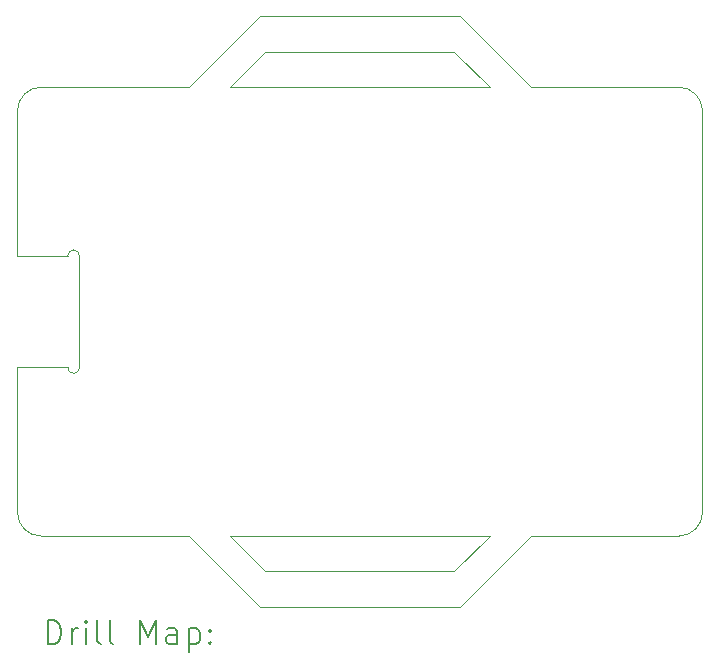
<source format=gbr>
%TF.GenerationSoftware,KiCad,Pcbnew,9.0.1*%
%TF.CreationDate,2025-10-21T09:50:46-05:00*%
%TF.ProjectId,STM32 Cyber Watch,53544d33-3220-4437-9962-657220576174,rev?*%
%TF.SameCoordinates,Original*%
%TF.FileFunction,Drillmap*%
%TF.FilePolarity,Positive*%
%FSLAX45Y45*%
G04 Gerber Fmt 4.5, Leading zero omitted, Abs format (unit mm)*
G04 Created by KiCad (PCBNEW 9.0.1) date 2025-10-21 09:50:46*
%MOMM*%
%LPD*%
G01*
G04 APERTURE LIST*
%ADD10C,0.050000*%
%ADD11C,0.200000*%
G04 APERTURE END LIST*
D10*
X16650000Y-15020000D02*
X17250000Y-14420000D01*
X16650000Y-10020000D02*
X14950000Y-10020000D01*
X16650000Y-10020000D02*
X17250000Y-10620000D01*
X16900000Y-10620000D02*
X14700000Y-10620000D01*
X18500000Y-10620000D02*
G75*
G02*
X18700000Y-10820000I0J-200000D01*
G01*
X13100000Y-14420000D02*
G75*
G02*
X12900000Y-14220000I0J200000D01*
G01*
X14350000Y-10620000D02*
X14950000Y-10020000D01*
X16650000Y-15020000D02*
X14950000Y-15020000D01*
X18700000Y-14220000D02*
X18700000Y-10820000D01*
X14700000Y-10620000D02*
X15000000Y-10320000D01*
X14350000Y-10620000D02*
X13100000Y-10620000D01*
X14700000Y-14420000D02*
X16900000Y-14420000D01*
X14350000Y-14420000D02*
X14950000Y-15020000D01*
X17250000Y-14420000D02*
X18500000Y-14420000D01*
X12900000Y-14220000D02*
X12900000Y-13170000D01*
X12900000Y-10820000D02*
X12900000Y-11870000D01*
X16900000Y-14420000D02*
X16600000Y-14720000D01*
X16600000Y-14720000D02*
X15000000Y-14720000D01*
X18700000Y-14220000D02*
G75*
G02*
X18500000Y-14420000I-200000J0D01*
G01*
X12900000Y-10820000D02*
G75*
G02*
X13100000Y-10620000I200000J0D01*
G01*
X14700000Y-14420000D02*
X15000000Y-14720000D01*
X16600000Y-10320000D02*
X15000000Y-10320000D01*
X13100000Y-14420000D02*
X14350000Y-14420000D01*
X18500000Y-10620000D02*
X17250000Y-10620000D01*
X16900000Y-10620000D02*
X16600000Y-10320000D01*
X13425000Y-12992500D02*
G75*
G02*
X13325000Y-12992500I-50000J0D01*
G01*
X13325000Y-12047500D02*
G75*
G02*
X13425000Y-12047500I50000J0D01*
G01*
X13425000Y-12047500D02*
X13425000Y-12992500D01*
X13325000Y-12992500D02*
X12900000Y-12992500D01*
X12900000Y-12992500D02*
X12900000Y-13170000D01*
X12900000Y-12047500D02*
X13325000Y-12047500D01*
X12900000Y-11870000D02*
X12900000Y-12047500D01*
D11*
X13158277Y-15333984D02*
X13158277Y-15133984D01*
X13158277Y-15133984D02*
X13205896Y-15133984D01*
X13205896Y-15133984D02*
X13234467Y-15143508D01*
X13234467Y-15143508D02*
X13253515Y-15162555D01*
X13253515Y-15162555D02*
X13263039Y-15181603D01*
X13263039Y-15181603D02*
X13272562Y-15219698D01*
X13272562Y-15219698D02*
X13272562Y-15248269D01*
X13272562Y-15248269D02*
X13263039Y-15286365D01*
X13263039Y-15286365D02*
X13253515Y-15305412D01*
X13253515Y-15305412D02*
X13234467Y-15324460D01*
X13234467Y-15324460D02*
X13205896Y-15333984D01*
X13205896Y-15333984D02*
X13158277Y-15333984D01*
X13358277Y-15333984D02*
X13358277Y-15200650D01*
X13358277Y-15238746D02*
X13367801Y-15219698D01*
X13367801Y-15219698D02*
X13377324Y-15210174D01*
X13377324Y-15210174D02*
X13396372Y-15200650D01*
X13396372Y-15200650D02*
X13415420Y-15200650D01*
X13482086Y-15333984D02*
X13482086Y-15200650D01*
X13482086Y-15133984D02*
X13472562Y-15143508D01*
X13472562Y-15143508D02*
X13482086Y-15153031D01*
X13482086Y-15153031D02*
X13491610Y-15143508D01*
X13491610Y-15143508D02*
X13482086Y-15133984D01*
X13482086Y-15133984D02*
X13482086Y-15153031D01*
X13605896Y-15333984D02*
X13586848Y-15324460D01*
X13586848Y-15324460D02*
X13577324Y-15305412D01*
X13577324Y-15305412D02*
X13577324Y-15133984D01*
X13710658Y-15333984D02*
X13691610Y-15324460D01*
X13691610Y-15324460D02*
X13682086Y-15305412D01*
X13682086Y-15305412D02*
X13682086Y-15133984D01*
X13939229Y-15333984D02*
X13939229Y-15133984D01*
X13939229Y-15133984D02*
X14005896Y-15276841D01*
X14005896Y-15276841D02*
X14072562Y-15133984D01*
X14072562Y-15133984D02*
X14072562Y-15333984D01*
X14253515Y-15333984D02*
X14253515Y-15229222D01*
X14253515Y-15229222D02*
X14243991Y-15210174D01*
X14243991Y-15210174D02*
X14224943Y-15200650D01*
X14224943Y-15200650D02*
X14186848Y-15200650D01*
X14186848Y-15200650D02*
X14167801Y-15210174D01*
X14253515Y-15324460D02*
X14234467Y-15333984D01*
X14234467Y-15333984D02*
X14186848Y-15333984D01*
X14186848Y-15333984D02*
X14167801Y-15324460D01*
X14167801Y-15324460D02*
X14158277Y-15305412D01*
X14158277Y-15305412D02*
X14158277Y-15286365D01*
X14158277Y-15286365D02*
X14167801Y-15267317D01*
X14167801Y-15267317D02*
X14186848Y-15257793D01*
X14186848Y-15257793D02*
X14234467Y-15257793D01*
X14234467Y-15257793D02*
X14253515Y-15248269D01*
X14348753Y-15200650D02*
X14348753Y-15400650D01*
X14348753Y-15210174D02*
X14367801Y-15200650D01*
X14367801Y-15200650D02*
X14405896Y-15200650D01*
X14405896Y-15200650D02*
X14424943Y-15210174D01*
X14424943Y-15210174D02*
X14434467Y-15219698D01*
X14434467Y-15219698D02*
X14443991Y-15238746D01*
X14443991Y-15238746D02*
X14443991Y-15295888D01*
X14443991Y-15295888D02*
X14434467Y-15314936D01*
X14434467Y-15314936D02*
X14424943Y-15324460D01*
X14424943Y-15324460D02*
X14405896Y-15333984D01*
X14405896Y-15333984D02*
X14367801Y-15333984D01*
X14367801Y-15333984D02*
X14348753Y-15324460D01*
X14529705Y-15314936D02*
X14539229Y-15324460D01*
X14539229Y-15324460D02*
X14529705Y-15333984D01*
X14529705Y-15333984D02*
X14520182Y-15324460D01*
X14520182Y-15324460D02*
X14529705Y-15314936D01*
X14529705Y-15314936D02*
X14529705Y-15333984D01*
X14529705Y-15210174D02*
X14539229Y-15219698D01*
X14539229Y-15219698D02*
X14529705Y-15229222D01*
X14529705Y-15229222D02*
X14520182Y-15219698D01*
X14520182Y-15219698D02*
X14529705Y-15210174D01*
X14529705Y-15210174D02*
X14529705Y-15229222D01*
M02*

</source>
